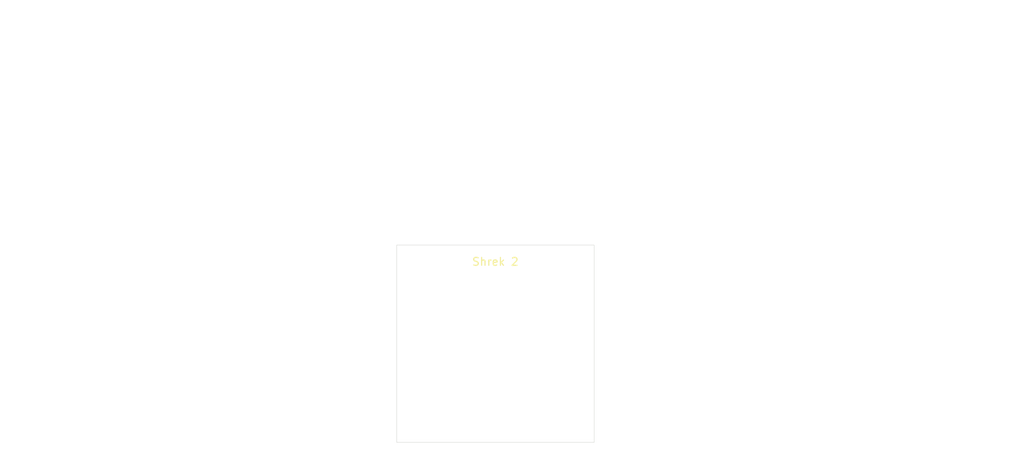
<source format=kicad_pcb>
(kicad_pcb (version 20221018) (generator pcbnew)

  (general
    (thickness 1.6)
  )

  (paper "A4")
  (title_block
    (title "Shrek 2")
    (date "2023-07-11")
    (rev "A")
    (comment 1 "Author: CTHC")
    (comment 2 "Department: Department of Shreksheneering")
  )

  (layers
    (0 "F.Cu" signal)
    (1 "In1.Cu" power)
    (2 "In2.Cu" power)
    (31 "B.Cu" signal)
    (32 "B.Adhes" user "B.Adhesive")
    (33 "F.Adhes" user "F.Adhesive")
    (34 "B.Paste" user)
    (35 "F.Paste" user)
    (36 "B.SilkS" user "B.Silkscreen")
    (37 "F.SilkS" user "F.Silkscreen")
    (38 "B.Mask" user)
    (39 "F.Mask" user)
    (40 "Dwgs.User" user "User.Drawings")
    (41 "Cmts.User" user "User.Comments")
    (42 "Eco1.User" user "User.Eco1")
    (43 "Eco2.User" user "User.Eco2")
    (44 "Edge.Cuts" user)
    (45 "Margin" user)
    (46 "B.CrtYd" user "B.Courtyard")
    (47 "F.CrtYd" user "F.Courtyard")
    (48 "B.Fab" user)
    (49 "F.Fab" user)
    (50 "User.1" user)
    (51 "User.2" user)
    (52 "User.3" user)
    (53 "User.4" user)
    (54 "User.5" user)
    (55 "User.6" user)
    (56 "User.7" user)
    (57 "User.8" user)
    (58 "User.9" user)
  )

  (setup
    (stackup
      (layer "F.SilkS" (type "Top Silk Screen"))
      (layer "F.Paste" (type "Top Solder Paste"))
      (layer "F.Mask" (type "Top Solder Mask") (thickness 0.01))
      (layer "F.Cu" (type "copper") (thickness 0.035))
      (layer "dielectric 1" (type "prepreg") (thickness 0.1) (material "FR4") (epsilon_r 4.5) (loss_tangent 0.02))
      (layer "In1.Cu" (type "copper") (thickness 0.035))
      (layer "dielectric 2" (type "core") (thickness 1.24) (material "FR4") (epsilon_r 4.5) (loss_tangent 0.02))
      (layer "In2.Cu" (type "copper") (thickness 0.035))
      (layer "dielectric 3" (type "prepreg") (thickness 0.1) (material "FR4") (epsilon_r 4.5) (loss_tangent 0.02))
      (layer "B.Cu" (type "copper") (thickness 0.035))
      (layer "B.Mask" (type "Bottom Solder Mask") (thickness 0.01))
      (layer "B.Paste" (type "Bottom Solder Paste"))
      (layer "B.SilkS" (type "Bottom Silk Screen"))
      (copper_finish "ENIG")
      (dielectric_constraints no)
    )
    (pad_to_mask_clearance 0)
    (aux_axis_origin 120.39 127.49)
    (grid_origin 120.39 127.49)
    (pcbplotparams
      (layerselection 0x00010fc_ffffffff)
      (plot_on_all_layers_selection 0x0000000_00000000)
      (disableapertmacros false)
      (usegerberextensions false)
      (usegerberattributes true)
      (usegerberadvancedattributes true)
      (creategerberjobfile true)
      (dashed_line_dash_ratio 12.000000)
      (dashed_line_gap_ratio 3.000000)
      (svgprecision 4)
      (plotframeref false)
      (viasonmask false)
      (mode 1)
      (useauxorigin false)
      (hpglpennumber 1)
      (hpglpenspeed 20)
      (hpglpendiameter 15.000000)
      (dxfpolygonmode true)
      (dxfimperialunits true)
      (dxfusepcbnewfont true)
      (psnegative false)
      (psa4output false)
      (plotreference true)
      (plotvalue true)
      (plotinvisibletext false)
      (sketchpadsonfab false)
      (subtractmaskfromsilk false)
      (outputformat 1)
      (mirror false)
      (drillshape 1)
      (scaleselection 1)
      (outputdirectory "")
    )
  )

  (net 0 "")

  (gr_line (start 158.4 22.41) (end 279.207147 22.41)
    (stroke (width 0.1) (type default)) (layer "Dwgs.User") (tstamp 11e47f91-e984-4709-9708-e9456d47ef14))
  (gr_line (start 158.4 38.66) (end 279.207147 38.66)
    (stroke (width 0.1) (type default)) (layer "Dwgs.User") (tstamp 12ab112f-bca6-4575-9513-0aa3b0801e3e))
  (gr_line (start 158.4 25.66) (end 279.207147 25.66)
    (stroke (width 0.1) (type default)) (layer "Dwgs.User") (tstamp 1356a57a-0756-4234-ada4-64e996f90f84))
  (gr_line (start 214.307143 15.41) (end 214.307143 61.41)
    (stroke (width 0.1) (type default)) (layer "Dwgs.User") (tstamp 3310d36e-42c0-4c6b-b8fd-688c573d3c5a))
  (gr_line (start 158.4 15.41) (end 279.207147 15.41)
    (stroke (width 0.1) (type default)) (layer "Dwgs.User") (tstamp 559211e8-6976-4a83-9422-e86fa429ba30))
  (gr_line (start 158.4 15.41) (end 158.4 61.41)
    (stroke (width 0.1) (type default)) (layer "Dwgs.User") (tstamp 58c852f0-13c4-4cdc-983a-d32a5f35e89f))
  (gr_line (start 173.564285 15.41) (end 173.564285 61.41)
    (stroke (width 0.1) (type default)) (layer "Dwgs.User") (tstamp 5d7bc77d-99fd-4bbf-8d3d-096425b59b10))
  (gr_line (start 233.942858 15.41) (end 233.942858 61.41)
    (stroke (width 0.1) (type default)) (layer "Dwgs.User") (tstamp 7cb8c271-d413-427d-8fd7-2a84bdc4e85c))
  (gr_line (start 250.150002 15.41) (end 250.150002 61.41)
    (stroke (width 0.1) (type default)) (layer "Dwgs.User") (tstamp 7f85f417-aa57-4f2f-8203-136ffd0b3881))
  (gr_line (start 158.4 61.41) (end 279.207147 61.41)
    (stroke (width 0.1) (type default)) (layer "Dwgs.User") (tstamp 8018b5cb-cfec-42b0-a34f-8f07bf72f3d2))
  (gr_line (start 262.64286 15.41) (end 262.64286 61.41)
    (stroke (width 0.1) (type default)) (layer "Dwgs.User") (tstamp 805474ef-b285-4396-a1bf-1a919bfa8336))
  (gr_line (start 198.099999 15.41) (end 198.099999 61.41)
    (stroke (width 0.1) (type default)) (layer "Dwgs.User") (tstamp 83cb88bd-d18a-4802-9eae-809104f85f9f))
  (gr_line (start 158.4 54.91) (end 279.207147 54.91)
    (stroke (width 0.1) (type default)) (layer "Dwgs.User") (tstamp 87576382-2ff4-48ea-a527-f1b5aac087ce))
  (gr_line (start 279.207147 15.41) (end 279.207147 61.41)
    (stroke (width 0.1) (type default)) (layer "Dwgs.User") (tstamp aa87b459-cb29-41c3-9f1c-75abea3593f2))
  (gr_line (start 158.4 19.16) (end 279.207147 19.16)
    (stroke (width 0.1) (type default)) (layer "Dwgs.User") (tstamp afea13a1-3833-4c5c-8dfa-e4e7a82fbec0))
  (gr_line (start 158.4 35.41) (end 279.207147 35.41)
    (stroke (width 0.1) (type default)) (layer "Dwgs.User") (tstamp bc8cefbf-03f9-42a2-8053-deee15edf0af))
  (gr_line (start 158.4 45.16) (end 279.207147 45.16)
    (stroke (width 0.1) (type default)) (layer "Dwgs.User") (tstamp c05dff30-b62c-476d-95dc-ca0101b6ec0e))
  (gr_line (start 158.4 51.66) (end 279.207147 51.66)
    (stroke (width 0.1) (type default)) (layer "Dwgs.User") (tstamp ca40a8c7-f345-4628-8a19-8ac36856b77c))
  (gr_line (start 158.4 28.91) (end 279.207147 28.91)
    (stroke (width 0.1) (type default)) (layer "Dwgs.User") (tstamp d188c074-aa5d-484f-bfce-638a634cf2a9))
  (gr_line (start 158.4 48.41) (end 279.207147 48.41)
    (stroke (width 0.1) (type default)) (layer "Dwgs.User") (tstamp d2ffb954-78ae-4ab0-b1e1-ecc55abe0438))
  (gr_line (start 158.4 32.16) (end 279.207147 32.16)
    (stroke (width 0.1) (type default)) (layer "Dwgs.User") (tstamp e378d891-f788-43ce-9415-9c606c7d46d4))
  (gr_line (start 158.4 41.91) (end 279.207147 41.91)
    (stroke (width 0.1) (type default)) (layer "Dwgs.User") (tstamp e705b5d8-7fe0-4dc6-8cd8-8ab4224bfea2))
  (gr_line (start 158.4 58.16) (end 279.207147 58.16)
    (stroke (width 0.1) (type default)) (layer "Dwgs.User") (tstamp f7887df9-4395-4d44-8e6d-8ba0ceed5909))
  (gr_rect (start 120.39 77.49) (end 170.39 127.49)
    (stroke (width 0.1) (type default)) (fill none) (layer "Edge.Cuts") (tstamp f6314582-e09c-4fbe-a98a-92f438e64bf8))
  (gr_text "Shrek 2" (at 145.38 81.7) (layer "F.SilkS") (tstamp 155f5850-a40d-4f91-928a-5407cee52482)
    (effects (font (size 2 2) (thickness 0.3)))
  )
  (gr_text "Layer Name" (at 159.15 16.16) (layer "Dwgs.User") (tstamp 00c0ce08-ec6b-44d6-8b0d-65561d946290)
    (effects (font (size 1.5 1.5) (thickness 0.3)) (justify left top))
  )
  (gr_text "No" (at 109.971425 38.08) (layer "Dwgs.User") (tstamp 044ce7e7-9d72-4260-8a80-8f573c781f74)
    (effects (font (size 1.5 1.5) (thickness 0.2)) (justify left top))
  )
  (gr_text "" (at 234.692858 23.16) (layer "Dwgs.User") (tstamp 0474ec7b-a3d5-4603-8b32-78c8f8b753dd)
    (effects (font (size 1.5 1.5) (thickness 0.1)) (justify left top))
  )
  (gr_text "B.Paste" (at 159.15 55.66) (layer "Dwgs.User") (tstamp 0587cfd2-001d-403a-811b-c33f1fb6c0cd)
    (effects (font (size 1.5 1.5) (thickness 0.1)) (justify left top))
  )
  (gr_text "Not specified" (at 234.692858 39.41) (layer "Dwgs.User") (tstamp 0864332d-7694-46a4-937f-a85c24861ef5)
    (effects (font (size 1.5 1.5) (thickness 0.1)) (justify left top))
  )
  (gr_text "1" (at 250.900002 23.16) (layer "Dwgs.User") (tstamp 1187acf5-8597-4e25-8116-bd4078cdc4ba)
    (effects (font (size 1.5 1.5) (thickness 0.1)) (justify left top))
  )
  (gr_text "Not specified" (at 234.692858 19.91) (layer "Dwgs.User") (tstamp 11f38292-00ce-4ba7-94cb-47caccdf517c)
    (effects (font (size 1.5 1.5) (thickness 0.1)) (justify left top))
  )
  (gr_text "Not specified" (at 234.692858 58.91) (layer "Dwgs.User") (tstamp 123c2ddf-3ee6-4c4a-84b8-31356e5d4de5)
    (effects (font (size 1.5 1.5) (thickness 0.1)) (justify left top))
  )
  (gr_text "1" (at 250.900002 42.66) (layer "Dwgs.User") (tstamp 139745ff-7f1a-4373-b0e0-02e8893a4228)
    (effects (font (size 1.5 1.5) (thickness 0.1)) (justify left top))
  )
  (gr_text "B.Cu" (at 159.15 49.16) (layer "Dwgs.User") (tstamp 16ada92e-d4e5-408a-b6be-d6aef1b48fcc)
    (effects (font (size 1.5 1.5) (thickness 0.1)) (justify left top))
  )
  (gr_text "" (at 198.849999 49.16) (layer "Dwgs.User") (tstamp 1d4cff4e-098d-4818-abcf-5597575ae130)
    (effects (font (size 1.5 1.5) (thickness 0.1)) (justify left top))
  )
  (gr_text "Min track/spacing: " (at 20.7 31.08) (layer "Dwgs.User") (tstamp 1e15d615-6907-41ab-b25c-3a10f30dca9f)
    (effects (font (size 1.5 1.5) (thickness 0.2)) (justify left top))
  )
  (gr_text "0" (at 263.39286 23.16) (layer "Dwgs.User") (tstamp 1ede03d5-9520-4ccf-bfed-25c67bfeffd0)
    (effects (font (size 1.5 1.5) (thickness 0.1)) (justify left top))
  )
  (gr_text "copper" (at 174.314285 29.66) (layer "Dwgs.User") (tstamp 1f830424-20b6-4ee2-a51d-886805ddff5a)
    (effects (font (size 1.5 1.5) (thickness 0.1)) (justify left top))
  )
  (gr_text "F.Silkscreen" (at 159.15 19.91) (layer "Dwgs.User") (tstamp 203818b1-d236-40ef-8630-1eb036739fa5)
    (effects (font (size 1.5 1.5) (thickness 0.1)) (justify left top))
  )
  (gr_text "Dielectric 1" (at 159.15 32.91) (layer "Dwgs.User") (tstamp 2296217b-e302-408e-8306-c70975459098)
    (effects (font (size 1.5 1.5) (thickness 0.1)) (justify left top))
  )
  (gr_text "Not specified" (at 234.692858 52.41) (layer "Dwgs.User") (tstamp 23d626ad-a5fa-455e-b4d5-32edf7ca529a)
    (effects (font (size 1.5 1.5) (thickness 0.1)) (justify left top))
  )
  (gr_text "Top Silk Screen" (at 174.314285 19.91) (layer "Dwgs.User") (tstamp 2a157845-83d4-4e8e-a0ec-21db2e92e8a8)
    (effects (font (size 1.5 1.5) (thickness 0.1)) (justify left top))
  )
  (gr_text "F.Paste" (at 159.15 23.16) (layer "Dwgs.User") (tstamp 2a3c14c2-0145-471a-bd85-3175ab2f75ea)
    (effects (font (size 1.5 1.5) (thickness 0.1)) (justify left top))
  )
  (gr_text "" (at 198.849999 23.16) (layer "Dwgs.User") (tstamp 2c4fdaa6-5b20-44e6-97d7-2b58b30fb8e6)
    (effects (font (size 1.5 1.5) (thickness 0.1)) (justify left top))
  )
  (gr_text "0" (at 263.39286 58.91) (layer "Dwgs.User") (tstamp 312dceba-1199-4830-b980-b9c4c2cdbcc3)
    (effects (font (size 1.5 1.5) (thickness 0.1)) (justify left top))
  )
  (gr_text "Not specified" (at 198.849999 52.41) (layer "Dwgs.User") (tstamp 33632b28-9aa8-4f6c-b7db-0862e53d79c0)
    (effects (font (size 1.5 1.5) (thickness 0.1)) (justify left top))
  )
  (gr_text "1" (at 250.900002 19.91) (layer "Dwgs.User") (tstamp 359e811b-ca91-4d4a-9643-c57078c1ae02)
    (effects (font (size 1.5 1.5) (thickness 0.1)) (justify left top))
  )
  (gr_text "prepreg" (at 174.314285 32.91) (layer "Dwgs.User") (tstamp 35ddd140-b907-45b5-a81b-749ea8fa9c37)
    (effects (font (size 1.5 1.5) (thickness 0.1)) (justify left top))
  )
  (gr_text "Bottom Solder Mask" (at 174.314285 52.41) (layer "Dwgs.User") (tstamp 3760f6d8-0ed4-4531-8599-cc15d415ac84)
    (effects (font (size 1.5 1.5) (thickness 0.1)) (justify left top))
  )
  (gr_text "0" (at 263.39286 52.41) (layer "Dwgs.User") (tstamp 37b6a5e0-25de-40dc-bddf-86b14332af8d)
    (effects (font (size 1.5 1.5) (thickness 0.1)) (justify left top))
  )
  (gr_text "No" (at 52.528572 38.08) (layer "Dwgs.User") (tstamp 3ba9932e-9dac-4783-ad98-5e9716bf6efb)
    (effects (font (size 1.5 1.5) (thickness 0.2)) (justify left top))
  )
  (gr_text "Thickness (mm)" (at 215.057143 16.16) (layer "Dwgs.User") (tstamp 3d5d9870-89f4-4a49-9c13-a4f987ea0bbd)
    (effects (font (size 1.5 1.5) (thickness 0.3)) (justify left top))
  )
  (gr_text "Board Thickness: " (at 85.614282 24.08) (layer "Dwgs.User") (tstamp 3dbc0f88-801c-4d89-adf0-2f2034650938)
    (effects (font (size 1.5 1.5) (thickness 0.2)) (justify left top))
  )
  (gr_text "0,02" (at 263.39286 45.91) (layer "Dwgs.User") (tstamp 3ea1a960-dc9e-4efe-959c-8512b40c3de3)
    (effects (font (size 1.5 1.5) (thickness 0.1)) (justify left top))
  )
  (gr_text "" (at 234.692858 42.66) (layer "Dwgs.User") (tstamp 3ea38389-b9df-4579-b19e-fd2ec440d45a)
    (effects (font (size 1.5 1.5) (thickness 0.1)) (justify left top))
  )
  (gr_text "Not specified" (at 234.692858 26.41) (layer "Dwgs.User") (tstamp 3f7d39e7-63b4-40e5-9578-b7d76c14800c)
    (effects (font (size 1.5 1.5) (thickness 0.1)) (justify left top))
  )
  (gr_text "4,5" (at 250.900002 32.91) (layer "Dwgs.User") (tstamp 4399c36d-74fb-4f5d-b8b6-519dd5f754f6)
    (effects (font (size 1.5 1.5) (thickness 0.1)) (justify left top))
  )
  (gr_text "B.Silkscreen" (at 159.15 58.91) (layer "Dwgs.User") (tstamp 45d4c345-a1f3-4733-93c3-97968449685d)
    (effects (font (size 1.5 1.5) (thickness 0.1)) (justify left top))
  )
  (gr_text "ENIG" (at 52.528572 34.58) (layer "Dwgs.User") (tstamp 472074e4-a8f2-44be-a9cf-90879a0b73b4)
    (effects (font (size 1.5 1.5) (thickness 0.2)) (justify left top))
  )
  (gr_text "Material" (at 198.849999 16.16) (layer "Dwgs.User") (tstamp 4b01f5d3-24f5-47ef-ae33-3c557cb8045d)
    (effects (font (size 1.5 1.5) (thickness 0.3)) (justify left top))
  )
  (gr_text "0,035 mm" (at 215.057143 49.16) (layer "Dwgs.User") (tstamp 4b06e171-c5d6-4918-80d5-500c7a2c2765)
    (effects (font (size 1.5 1.5) (thickness 0.1)) (justify left top))
  )
  (gr_text "0,01 mm" (at 215.057143 52.41) (layer "Dwgs.User") (tstamp 4c416f7a-a1bc-43be-ad9b-0c1c16a60a59)
    (effects (font (size 1.5 1.5) (thickness 0.1)) (justify left top))
  )
  (gr_text "Epsilon R" (at 250.900002 16.16) (layer "Dwgs.User") (tstamp 4c491dcd-43bd-45d6-abc5-d1ecc3c06cb4)
    (effects (font (size 1.5 1.5) (thickness 0.3)) (justify left top))
  )
  (gr_text "Edge card connectors: " (at 20.7 41.58) (layer "Dwgs.User") (tstamp 4f8a80ce-a7c9-49cd-b3d5-950212e42557)
    (effects (font (size 1.5 1.5) (thickness 0.2)) (justify left top))
  )
  (gr_text "prepreg" (at 174.314285 45.91) (layer "Dwgs.User") (tstamp 5291bb52-a357-4da2-936d-e8c14d473d6b)
    (effects (font (size 1.5 1.5) (thickness 0.1)) (justify left top))
  )
  (gr_text "BOARD CHARACTERISTICS" (at 19.95 19.33) (layer "Dwgs.User") (tstamp 558a2f2d-4077-4517-a896-2dd20d4d3783)
    (effects (font (size 2 2) (thickness 0.4)) (justify left top))
  )
  (gr_text "Copper Layer Count: " (at 20.7 24.08) (layer "Dwgs.User") (tstamp 56a28c87-e8ed-430e-8805-236241967396)
    (effects (font (size 1.5 1.5) (thickness 0.2)) (justify left top))
  )
  (gr_text "" (at 234.692858 49.16) (layer "Dwgs.User") (tstamp 5761c049-2b83-4bb7-928c-612c986faf1a)
    (effects (font (size 1.5 1.5) (thickness 0.1)) (justify left top))
  )
  (gr_text "Not specified" (at 198.849999 19.91) (layer "Dwgs.User") (tstamp 58152780-df63-4bb6-8c49-d876cf6a6076)
    (effects (font (size 1.5 1.5) (thickness 0.1)) (justify left top))
  )
  (gr_text "FR4" (at 198.849999 39.41) (layer "Dwgs.User") (tstamp 5bde00bb-7db5-42d5-b724-0ff4d33a3806)
    (effects (font (size 1.5 1.5) (thickness 0.1)) (justify left top))
  )
  (gr_text "0 mm" (at 215.057143 55.66) (layer "Dwgs.User") (tstamp 5beb4ac1-a265-414c-95a4-2f566f0fbe9b)
    (effects (font (size 1.5 1.5) (thickness 0.1)) (justify left top))
  )
  (gr_text "1,24 mm" (at 215.057143 39.41) (layer "Dwgs.User") (tstamp 5ff8e1bd-8381-4ac7-b89a-9f0bdeb5af8c)
    (effects (font (size 1.5 1.5) (thickness 0.1)) (justify left top))
  )
  (gr_text "" (at 198.849999 36.16) (layer "Dwgs.User") (tstamp 60ba7264-4361-44e3-9069-33d6d19038a3)
    (effects (font (size 1.5 1.5) (thickness 0.1)) (justify left top))
  )
  (gr_text "B.Mask" (at 159.15 52.41) (layer "Dwgs.User") (tstamp 651d7f01-2cb2-4f24-be8b-63d200f4910c)
    (effects (font (size 1.5 1.5) (thickness 0.1)) (justify left top))
  )
  (gr_text "Plated Board Edge: " (at 85.614282 38.08) (layer "Dwgs.User") (tstamp 662171b4-1324-450c-a096-8f30e8f9cace)
    (effects (font (size 1.5 1.5) (thickness 0.2)) (justify left top))
  )
  (gr_text "FR4" (at 198.849999 32.91) (layer "Dwgs.User") (tstamp 66f86a65-5cd9-4240-b406-4712a53ef0a3)
    (effects (font (size 1.5 1.5) (thickness 0.1)) (justify left top))
  )
  (gr_text "core" (at 174.314285 39.41) (layer "Dwgs.User") (tstamp 680deb39-1e91-4820-a797-ad56b85c295d)
    (effects (font (size 1.5 1.5) (thickness 0.1)) (justify left top))
  )
  (gr_text "0,035 mm" (at 215.057143 29.66) (layer "Dwgs.User") (tstamp 6e036760-ddd7-45c7-8164-911d4a834cca)
    (effects (font (size 1.5 1.5) (thickness 0.1)) (justify left top))
  )
  (gr_text "copper" (at 174.314285 36.16) (layer "Dwgs.User") (tstamp 6e1c899f-0990-4f4c-8b44-928a599388a2)
    (effects (font (size 1.5 1.5) (thickness 0.1)) (justify left top))
  )
  (gr_text "0,2000 mm" (at 109.971425 31.08) (layer "Dwgs.User") (tstamp 72a00026-cca1-4cc1-827b-a6f0e762832e)
    (effects (font (size 1.5 1.5) (thickness 0.2)) (justify left top))
  )
  (gr_text "0,01 mm" (at 215.057143 26.41) (layer "Dwgs.User") (tstamp 7a652e22-d1ed-4235-9f71-9df5adf8f85f)
    (effects (font (size 1.5 1.5) (thickness 0.1)) (justify left top))
  )
  (gr_text "Not specified" (at 198.849999 26.41) (layer "Dwgs.User") (tstamp 7bc587f7-a5e0-44e2-9106-f72b826aac56)
    (effects (font (size 1.5 1.5) (thickness 0.1)) (justify left top))
  )
  (gr_text "Dielectric 2" (at 159.15 39.41) (layer "Dwgs.User") (tstamp 7be1ad31-f110-4259-a656-d292ac422016)
    (effects (font (size 1.5 1.5) (thickness 0.1)) (justify left top))
  )
  (gr_text "1" (at 250.900002 29.66) (layer "Dwgs.User") (tstamp 7f28ed05-72e5-4e6c-9df5-57de65a2bf7b)
    (effects (font (size 1.5 1.5) (thickness 0.1)) (justify left top))
  )
  (gr_text "0,02" (at 263.39286 32.91) (layer "Dwgs.User") (tstamp 7f850488-4daf-453a-8133-bc48a44e269c)
    (effects (font (size 1.5 1.5) (thickness 0.1)) (justify left top))
  )
  (gr_text "4,5" (at 250.900002 45.91) (layer "Dwgs.User") (tstamp 81a52a88-d2e3-4e98-a230-68d99f9f422f)
    (effects (font (size 1.5 1.5) (thickness 0.1)) (justify left top))
  )
  (gr_text "1,6000 mm" (at 109.971425 24.08) (layer "Dwgs.User") (tstamp 840d1919-5813-4632-9299-a1f936a1e396)
    (effects (font (size 1.5 1.5) (thickness 0.2)) (justify left top))
  )
  (gr_text "Not specified" (at 198.849999 58.91) (layer "Dwgs.User") (tstamp 84912b1d-4d13-48ce-908e-3e2c63b893cf)
    (effects (font (size 1.5 1.5) (thickness 0.1)) (justify left top))
  )
  (gr_text "0" (at 263.39286 55.66) (layer "Dwgs.User") (tstamp 84a3ec24-a264-4ddb-b36d-809791f7577c)
    (effects (font (size 1.5 1.5) (thickness 0.1)) (justify left top))
  )
  (gr_text "4" (at 52.528572 24.08) (layer "Dwgs.User") (tstamp 878b860e-d1a8-40b0-bb3e-c9c10a855c4d)
    (effects (font (size 1.5 1.5) (thickness 0.2)) (justify left top))
  )
  (gr_text "0" (at 263.39286 29.66) (layer "Dwgs.User") (tstamp 8ded0e11-0152-4337-b422-4146683c134c)
    (effects (font (size 1.5 1.5) (thickness 0.1)) (justify left top))
  )
  (gr_text "Type" (at 174.314285 16.16) (layer "Dwgs.User") (tstamp 8f134f67-c2c2-4322-9579-482c6c64fa2c)
    (effects (font (size 1.5 1.5) (thickness 0.3)) (justify left top))
  )
  (gr_text "0 mm" (at 215.057143 23.16) (layer "Dwgs.User") (tstamp 970ade54-efbe-4331-b445-061e816ed751)
    (effects (font (size 1.5 1.5) (thickness 0.1)) (justify left top))
  )
  (gr_text "Bottom Silk Screen" (at 174.314285 58.91) (layer "Dwgs.User") (tstamp 9ddef6ad-03d6-4116-9e8f-9ff296bc8b22)
    (effects (font (size 1.5 1.5) (thickness 0.1)) (justify left top))
  )
  (gr_text "0" (at 263.39286 19.91) (layer "Dwgs.User") (tstamp a19a02d8-5219-47c6-a186-918e3cce4596)
    (effects (font (size 1.5 1.5) (thickness 0.1)) (justify left top))
  )
  (gr_text "" (at 234.692858 36.16) (layer "Dwgs.User") (tstamp a503738d-f863-4995-ba61-c8ac3be3b941)
    (effects (font (size 1.5 1.5) (thickness 0.1)) (justify left top))
  )
  (gr_text "In1.Cu" (at 159.15 36.16) (layer "Dwgs.User") (tstamp a567a886-9ba6-4280-b24c-2de6297dd07a)
    (effects (font (size 1.5 1.5) (thickness 0.1)) (justify left top))
  )
  (gr_text "In2.Cu" (at 159.15 42.66) (layer "Dwgs.User") (tstamp a57acb4f-a5d0-42c1-9250-f061ca8ed03f)
    (effects (font (size 1.5 1.5) (thickness 0.1)) (justify left top))
  )
  (gr_text "0" (at 263.39286 42.66) (layer "Dwgs.User") (tstamp a60ca418-0f24-4c11-b167-9c31a6ecc4fc)
    (effects (font (size 1.5 1.5) (thickness 0.1)) (justify left top))
  )
  (gr_text "" (at 234.692858 29.66) (layer "Dwgs.User") (tstamp aae5d6d3-bd44-4e44-9215-4add4d321f3a)
    (effects (font (size 1.5 1.5) (thickness 0.1)) (justify left top))
  )
  (gr_text "0" (at 263.39286 26.41) (layer "Dwgs.User") (tstamp ad33f12b-1e61-422f-bfac-fcc600f74999)
    (effects (font (size 1.5 1.5) (thickness 0.1)) (justify left top))
  )
  (gr_text "F.Mask" (at 159.15 26.41) (layer "Dwgs.User") (tstamp ae1315c0-9189-4f06-81ea-1c83c0566538)
    (effects (font (size 1.5 1.5) (thickness 0.1)) (justify left top))
  )
  (gr_text "copper" (at 174.314285 42.66) (layer "Dwgs.User") (tstamp b168dadb-51a7-46e6-973c-73fd855b0596)
    (effects (font (size 1.5 1.5) (thickness 0.1)) (justify left top))
  )
  (gr_text "3,3" (at 250.900002 26.41) (layer "Dwgs.User") (tstamp b1c6b2ec-e1f9-4a3d-8fac-ef1181af4161)
    (effects (font (size 1.5 1.5) (thickness 0.1)) (justify left top))
  )
  (gr_text "3,3" (at 250.900002 52.41) (layer "Dwgs.User") (tstamp b2539f1e-2216-4e38-b168-40cbfd722a20)
    (effects (font (size 1.5 1.5) (thickness 0.1)) (justify left top))
  )
  (gr_text "0" (at 263.39286 49.16) (layer "Dwgs.User") (tstamp b6416c27-1f74-4ed3-894a-0c6c097e356a)
    (effects (font (size 1.5 1.5) (thickness 0.1)) (justify left top))
  )
  (gr_text "" (at 109.971425 27.58) (layer "Dwgs.User") (tstamp b7a7021e-98c2-4ac5-a2c2-0dcd27fbbfab)
    (effects (font (size 1.5 1.5) (thickness 0.2)) (justify left top))
  )
  (gr_text "0,035 mm" (at 215.057143 42.66) (layer "Dwgs.User") (tstamp b9ee1d50-8c23-4092-ac21-04a8eeba51d7)
    (effects (font (size 1.5 1.5) (thickness 0.1)) (justify left top))
  )
  (gr_text "" (at 234.692858 55.66) (layer "Dwgs.User") (tstamp bdf96fae-c41d-4166-89b7-1034b30e4a3e)
    (effects (font (size 1.5 1.5) (thickness 0.1)) (justify left top))
  )
  (gr_text "Not specified" (at 234.692858 32.91) (layer "Dwgs.User") (tstamp bf47e116-9337-42ea-adc4-2b37fc7d9764)
    (effects (font (size 1.5 1.5) (thickness 0.1)) (justify left top))
  )
  (gr_text "0,1 mm" (at 215.057143 32.91) (layer "Dwgs.User") (tstamp bfccad0b-66e1-476d-a2f5-29933135e930)
    (effects (font (size 1.5 1.5) (thickness 0.1)) (justify left top))
  )
  (gr_text "1" (at 250.900002 36.16) (layer "Dwgs.User") (tstamp c0151004-86a4-4f8d-afee-2a20cfead11f)
    (effects (font (size 1.5 1.5) (thickness 0.1)) (justify left top))
  )
  (gr_text "Copper Finish: " (at 20.7 34.58) (layer "Dwgs.User") (tstamp c0ac2d01-d102-4ab0-afd4-23456ccecd00)
    (effects (font (size 1.5 1.5) (thickness 0.2)) (justify left top))
  )
  (gr_text "Bottom Solder Paste" (at 174.314285 55.66) (layer "Dwgs.User") (tstamp c2304763-5e53-4f90-afe6-18919db2144a)
    (effects (font (size 1.5 1.5) (thickness 0.1)) (justify left top))
  )
  (gr_text "1" (at 250.900002 58.91) (layer "Dwgs.User") (tstamp c68366ea-9d10-4b38-9339-f98361c269db)
    (effects (font (size 1.5 1.5) (thickness 0.1)) (justify left top))
  )
  (gr_text "Yes" (at 109.971425 34.58) (layer "Dwgs.User") (tstamp c84a1273-0777-4d58-a06f-24904ef7370f)
    (effects (font (size 1.5 1.5) (thickness 0.2)) (justify left top))
  )
  (gr_text "0 mm" (at 215.057143 19.91) (layer "Dwgs.User") (tstamp c87f505c-bb7a-46e8-bee0-7becfcc0898d)
    (effects (font (size 1.5 1.5) (thickness 0.1)) (justify left top))
  )
  (gr_text "Min hole diameter: " (at 85.614282 31.08) (layer "Dwgs.User") (tstamp ca687b30-c7da-4208-8d27-95fd9ea3168c)
    (effects (font (size 1.5 1.5) (thickness 0.2)) (justify left top))
  )
  (gr_text "Loss Tangent" (at 263.39286 16.16) (layer "Dwgs.User") (tstamp cebe5107-8752-4358-ad01-0f6c35101503)
    (effects (font (size 1.5 1.5) (thickness 0.3)) (justify left top))
  )
  (gr_text "0 mm" (at 215.057143 58.91) (layer "Dwgs.User") (tstamp cf0d6776-405d-480d-958f-e7aa11c68bdd)
    (effects (font (size 1.5 1.5) (thickness 0.1)) (justify left top))
  )
  (gr_text "Color" (at 234.692858 16.16) (layer "Dwgs.User") (tstamp cf855dc5-f30f-46e2-aa3b-6d6fc8e349a2)
    (effects (font (size 1.5 1.5) (thickness 0.3)) (justify left top))
  )
  (gr_text "0,02" (at 263.39286 39.41) (layer "Dwgs.User") (tstamp cff301c8-8c0d-4538-8df4-716500e95c22)
    (effects (font (size 1.5 1.5) (thickness 0.1)) (justify left top))
  )
  (gr_text "Not specified" (at 234.692858 45.91) (layer "Dwgs.User") (tstamp d03b91b4-d48f-4660-b74f-fe1e826bf0e4)
    (effects (font (size 1.5 1.5) (thickness 0.1)) (justify left top))
  )
  (gr_text "0" (at 263.39286 36.16) (layer "Dwgs.User") (tstamp d092bdcd-b05f-4bbc-ae1c-0bcca493f384)
    (effects (font (size 1.5 1.5) (thickness 0.1)) (justify left top))
  )
  (gr_text "Impedance Control: " (at 85.614282 34.58) (layer "Dwgs.User") (tstamp d09bd9ac-dd31-4258-bf6a-39f202c422ca)
    (effects (font (size 1.5 1.5) (thickness 0.2)) (justify left top))
  )
  (gr_text "FR4" (at 198.849999 45.91) (layer "Dwgs.User") (tstamp d1b44916-e7bb-4db8-bb83-a6f340eabd67)
    (effects (font (size 1.5 1.5) (thickness 0.1)) (justify left top))
  )
  (gr_text "Top Solder Paste" (at 174.314285 23.16) (layer "Dwgs.User") (tstamp d43aa21d-d811-439f-a685-1e3b15636840)
    (effects (font (size 1.5 1.5) (thickness 0.1)) (justify left top))
  )
  (gr_text "Board overall dimensions: " (at 20.7 27.58) (layer "Dwgs.User") (tstamp d4d9bbd8-b7a7-4c54-834a-3fbe5448b553)
    (effects (font (size 1.5 1.5) (thickness 0.2)) (justify left top))
  )
  (gr_text "" (at 198.849999 42.66) (layer "Dwgs.User") (tstamp d4e16f36-7de1-44a1-abcb-bf4dfd415fbc)
    (effects (font (size 1.5 1.5) (thickness 0.1)) (justify left top))
  )
  (gr_text "50,0000 mm x 50,0000 mm" (at 52.528572 27.58) (layer "Dwgs.User") (tstamp d59d33a2-c663-4acb-8d3a-62c0a2974cdd)
    (effects (font (size 1.5 1.5) (thickness 0.2)) (justify left top))
  )
  (gr_text "0,1 mm" (at 215.057143 45.91) (layer "Dwgs.User") (tstamp da92893a-9151-4294-ab75-184a448d3b3d)
    (effects (font (size 1.5 1.5) (thickness 0.1)) (justify left top))
  )
  (gr_text "copper" (at 174.314285 49.16) (layer "Dwgs.User") (tstamp dc15a8b8-fa7d-4718-a07c-0e7aff439817)
    (effects (font (size 1.5 1.5) (thickness 0.1)) (justify left top))
  )
  (gr_text "1" (at 250.900002 49.16) (layer "Dwgs.User") (tstamp dc1f8375-8874-4fea-b99c-cd6ee3cdd0be)
    (effects (font (size 1.5 1.5) (thickness 0.1)) (justify left top))
  )
  (gr_text "Top Solder Mask" (at 174.314285 26.41) (layer "Dwgs.User") (tstamp dd0cd3bf-850b-49c5-be7a-937216e1c43f)
    (effects (font (size 1.5 1.5) (thickness 0.1)) (justify left top))
  )
  (gr_text "0,1270 mm / 0,2540 mm" (at 52.528572 31.08) (layer "Dwgs.User") (tstamp dd3ca765-1944-4cb2-9fef-7471c60aa0a0)
    (effects (font (size 1.5 1.5) (thickness 0.2)) (justify left top))
  )
  (gr_text "Dielectric 3" (at 159.15 45.91) (layer "Dwgs.User") (tstamp dda48c57-c24b-410a-8770-690ec4c4bf06)
    (effects (font (size 1.5 1.5) (thickness 0.1)) (justify left top))
  )
  (gr_text "4,5" (at 250.900002 39.41) (layer "Dwgs.User") (tstamp dfe68381-ab0a-498c-983f-387dc43fade1)
    (effects (font (size 1.5 1.5) (thickness 0.1)) (justify left top))
  )
  (gr_text "F.Cu" (at 159.15 29.66) (layer "Dwgs.User") (tstamp e173f55d-a88b-49d5-aef8-6fe1306c5681)
    (effects (font (size 1.5 1.5) (thickness 0.1)) (justify left top))
  )
  (gr_text "" (at 198.849999 29.66) (layer "Dwgs.User") (tstamp e4bb694a-c32e-45af-8e72-53329ccebc39)
    (effects (font (size 1.5 1.5) (thickness 0.1)) (justify left top))
  )
  (gr_text "" (at 198.849999 55.66) (layer "Dwgs.User") (tstamp e75be0b7-7792-47f5-9615-b492c4011fc8)
    (effects (font (size 1.5 1.5) (thickness 0.1)) (justify left top))
  )
  (gr_text "1" (at 250.900002 55.66) (layer "Dwgs.User") (tstamp e9b0fc31-3694-4525-93ac-d1f1595a1890)
    (effects (font (size 1.5 1.5) (thickness 0.1)) (justify left top))
  )
  (gr_text "Castellated pads: " (at 20.7 38.08) (layer "Dwgs.User") (tstamp ede06795-9c13-4992-b4e6-176c53cc5e10)
    (effects (font (size 1.5 1.5) (thickness 0.2)) (justify left top))
  )
  (gr_text "No" (at 52.528572 41.58) (layer "Dwgs.User") (tstamp ef4a60ff-1320-4561-8e3e-b539e8332085)
    (effects (font (size 1.5 1.5) (thickness 0.2)) (justify left top))
  )
  (gr_text "0,035 mm" (at 215.057143 36.16) (layer "Dwgs.User") (tstamp ef76d4b2-ec8b-4b34-8f00-158618884267)
    (effects (font (size 1.5 1.5) (thickness 0.1)) (justify left top))
  )
  (gr_text "" (at 85.614282 27.58) (layer "Dwgs.User") (tstamp f883cd64-8448-4e82-ad67-315645314a66)
    (effects (font (size 1.5 1.5) (thickness 0.2)) (justify left top))
  )
  (dimension (type aligned) (layer "Dwgs.User") (tstamp 69c40a30-28dd-482b-bb1b-5559ae39f2cb)
    (pts (xy 120.39 127.49) (xy 170.39 127.49))
    (height 3.359999)
    (gr_text "50,0000 mm" (at 145.39 130.249999) (layer "Dwgs.User") (tstamp 69c40a30-28dd-482b-bb1b-5559ae39f2cb)
      (effects (font (size 0.5 0.5) (thickness 0.1)))
    )
    (format (prefix "") (suffix "") (units 3) (units_format 1) (precision 4))
    (style (thickness 0.15) (arrow_length 1.27) (text_position_mode 0) (extension_height 0.58642) (extension_offset 0.5) keep_text_aligned)
  )
  (dimension (type aligned) (layer "Dwgs.User") (tstamp cceb7cc0-da91-4fd4-a9f4-60e13617bd8f)
    (pts (xy 170.39 127.49) (xy 170.39 77.49))
    (height 3.29)
    (gr_text "50,0000 mm" (at 173.08 102.49 90) (layer "Dwgs.User") (tstamp cceb7cc0-da91-4fd4-a9f4-60e13617bd8f)
      (effects (font (size 0.5 0.5) (thickness 0.1)))
    )
    (format (prefix "") (suffix "") (units 3) (units_format 1) (precision 4))
    (style (thickness 0.15) (arrow_length 1.27) (text_position_mode 0) (extension_height 0.58642) (extension_offset 0.5) keep_text_aligned)
  )

  (group "group-boardStackUp" (id 1aebf505-a9b4-4279-9a2a-563a7d5e3f5e)
    (members
      00c0ce08-ec6b-44d6-8b0d-65561d946290
      0474ec7b-a3d5-4603-8b32-78c8f8b753dd
      0587cfd2-001d-403a-811b-c33f1fb6c0cd
      0864332d-7694-46a4-937f-a85c24861ef5
      1187acf5-8597-4e25-8116-bd4078cdc4ba
      11e47f91-e984-4709-9708-e9456d47ef14
      11f38292-00ce-4ba7-94cb-47caccdf517c
      123c2ddf-3ee6-4c4a-84b8-31356e5d4de5
      12ab112f-bca6-4575-9513-0aa3b0801e3e
      1356a57a-0756-4234-ada4-64e996f90f84
      139745ff-7f1a-4373-b0e0-02e8893a4228
      16ada92e-d4e5-408a-b6be-d6aef1b48fcc
      1d4cff4e-098d-4818-abcf-5597575ae130
      1ede03d5-9520-4ccf-bfed-25c67bfeffd0
      1f830424-20b6-4ee2-a51d-886805ddff5a
      203818b1-d236-40ef-8630-1eb036739fa5
      2296217b-e302-408e-8306-c70975459098
      23d626ad-a5fa-455e-b4d5-32edf7ca529a
      2a157845-83d4-4e8e-a0ec-21db2e92e8a8
      2a3c14c2-0145-471a-bd85-3175ab2f75ea
      2c4fdaa6-5b20-44e6-97d7-2b58b30fb8e6
      312dceba-1199-4830-b980-b9c4c2cdbcc3
      3310d36e-42c0-4c6b-b8fd-688c573d3c5a
      33632b28-9aa8-4f6c-b7db-0862e53d79c0
      359e811b-ca91-4d4a-9643-c57078c1ae02
      35ddd140-b907-45b5-a81b-749ea8fa9c37
      3760f6d8-0ed4-4531-8599-cc15d415ac84
      37b6a5e0-25de-40dc-bddf-86b14332af8d
      3d5d9870-89f4-4a49-9c13-a4f987ea0bbd
      3ea1a960-dc9e-4efe-959c-8512b40c3de3
      3ea38389-b9df-4579-b19e-fd2ec440d45a
      3f7d39e7-63b4-40e5-9578-b7d76c14800c
      4399c36d-74fb-4f5d-b8b6-519dd5f754f6
      45d4c345-a1f3-4733-93c3-97968449685d
      4b01f5d3-24f5-47ef-ae33-3c557cb8045d
      4b06e171-c5d6-4918-80d5-500c7a2c2765
      4c416f7a-a1bc-43be-ad9b-0c1c16a60a59
      4c491dcd-43bd-45d6-abc5-d1ecc3c06cb4
      5291bb52-a357-4da2-936d-e8c14d473d6b
      559211e8-6976-4a83-9422-e86fa429ba30
      5761c049-2b83-4bb7-928c-612c986faf1a
      58152780-df63-4bb6-8c49-d876cf6a6076
      58c852f0-13c4-4cdc-983a-d32a5f35e89f
      5bde00bb-7db5-42d5-b724-0ff4d33a3806
      5beb4ac1-a265-414c-95a4-2f566f0fbe9b
      5d7bc77d-99fd-4bbf-8d3d-096425b59b10
      5ff8e1bd-8381-4ac7-b89a-9f0bdeb5af8c
      60ba7264-4361-44e3-9069-33d6d19038a3
      651d7f01-2cb2-4f24-be8b-63d200f4910c
      66f86a65-5cd9-4240-b406-4712a53ef0a3
      680deb39-1e91-4820-a797-ad56b85c295d
      6e036760-ddd7-45c7-8164-911d4a834cca
      6e1c899f-0990-4f4c-8b44-928a599388a2
      7a652e22-d1ed-4235-9f71-9df5adf8f85f
      7bc587f7-a5e0-44e2-9106-f72b826aac56
      7be1ad31-f110-4259-a656-d292ac422016
      7cb8c271-d413-427d-8fd7-2a84bdc4e85c
      7f28ed05-72e5-4e6c-9df5-57de65a2bf7b
      7f850488-4daf-453a-8133-bc48a44e269c
      7f85f417-aa57-4f2f-8203-136ffd0b3881
      8018b5cb-cfec-42b0-a34f-8f07bf72f3d2
      805474ef-b285-4396-a1bf-1a919bfa8336
      81a52a88-d2e3-4e98-a230-68d99f9f422f
      83cb88bd-d18a-4802-9eae-809104f85f9f
      84912b1d-4d13-48ce-908e-3e2c63b893cf
      84a3ec24-a264-4ddb-b36d-809791f7577c
      87576382-2ff4-48ea-a527-f1b5aac087ce
      8ded0e11-0152-4337-b422-4146683c134c
      8f134f67-c2c2-4322-9579-482c6c64fa2c
      970ade54-efbe-4331-b445-061e816ed751
      9ddef6ad-03d6-4116-9e8f-9ff296bc8b22
      a19a02d8-5219-47c6-a186-918e3cce4596
      a503738d-f863-4995-ba61-c8ac3be3b941
      a567a886-9ba6-4280-b24c-2de6297dd07a
      a57acb4f-a5d0-42c1-9250-f061ca8ed03f
      a60ca418-0f24-4c11-b167-9c31a6ecc4fc
      aa87b459-cb29-41c3-9f1c-75abea3593f2
      aae5d6d3-bd44-4e44-9215-4add4d321f3a
      ad33f12b-1e61-422f-bfac-fcc600f74999
      ae1315c0-9189-4f06-81ea-1c83c0566538
      afea13a1-3833-4c5c-8dfa-e4e7a82fbec0
      b168dadb-51a7-46e6-973c-73fd855b0596
      b1c6b2ec-e1f9-4a3d-8fac-ef1181af4161
      b2539f1e-2216-4e38-b168-40cbfd722a20
      b6416c27-1f74-4ed3-894a-0c6c097e356a
      b9ee1d50-8c23-4092-ac21-04a8eeba51d7
      bc8cefbf-03f9-42a2-8053-deee15edf0af
      bdf96fae-c41d-4166-89b7-1034b30e4a3e
      bf47e116-9337-42ea-adc4-2b37fc7d9764
      bfccad0b-66e1-476d-a2f5-29933135e930
      c0151004-86a4-4f8d-afee-2a20cfead11f
      c05dff30-b62c-476d-95dc-ca0101b6ec0e
      c2304763-5e53-4f90-afe6-18919db2144a
      c68366ea-9d10-4b38-9339-f98361c269db
      c87f505c-bb7a-46e8-bee0-7becfcc0898d
      ca40a8c7-f345-4628-8a19-8ac36856b77c
      cebe5107-8752-4358-ad01-0f6c35101503
      cf0d6776-405d-480d-958f-e7aa11c68bdd
      cf855dc5-f30f-46e2-aa3b-6d6fc8e349a2
      cff301c8-8c0d-4538-8df4-716500e95c22
      d03b91b4-d48f-4660-b74f-fe1e826bf0e4
      d092bdcd-b05f-4bbc-ae1c-0bcca493f384
      d188c074-aa5d-484f-bfce-638a634cf2a9
      d1b44916-e7bb-4db8-bb83-a6f340eabd67
      d2ffb954-78ae-4ab0-b1e1-ecc55abe0438
      d43aa21d-d811-439f-a685-1e3b15636840
      d4e16f36-7de1-44a1-abcb-bf4dfd415fbc
      da92893a-9151-4294-ab75-184a448d3b3d
      dc15a8b8-fa7d-4718-a07c-0e7aff439817
      dc1f8375-8874-4fea-b99c-cd6ee3cdd0be
      dd0cd3bf-850b-49c5-be7a-937216e1c43f
      dda48c57-c24b-410a-8770-690ec4c4bf06
      dfe68381-ab0a-498c-983f-387dc43fade1
      e173f55d-a88b-49d5-aef8-6fe1306c5681
      e378d891-f788-43ce-9415-9c606c7d46d4
      e4bb694a-c32e-45af-8e72-53329ccebc39
      e705b5d8-7fe0-4dc6-8cd8-8ab4224bfea2
      e75be0b7-7792-47f5-9615-b492c4011fc8
      e9b0fc31-3694-4525-93ac-d1f1595a1890
      ef76d4b2-ec8b-4b34-8f00-158618884267
      f7887df9-4395-4d44-8e6d-8ba0ceed5909
    )
  )
  (group "group-boardCharacteristics" (id b5caea5d-0f7f-4037-97de-32f4a478c004)
    (members
      044ce7e7-9d72-4260-8a80-8f573c781f74
      1e15d615-6907-41ab-b25c-3a10f30dca9f
      3ba9932e-9dac-4783-ad98-5e9716bf6efb
      3dbc0f88-801c-4d89-adf0-2f2034650938
      472074e4-a8f2-44be-a9cf-90879a0b73b4
      4f8a80ce-a7c9-49cd-b3d5-950212e42557
      558a2f2d-4077-4517-a896-2dd20d4d3783
      56a28c87-e8ed-430e-8805-236241967396
      662171b4-1324-450c-a096-8f30e8f9cace
      72a00026-cca1-4cc1-827b-a6f0e762832e
      840d1919-5813-4632-9299-a1f936a1e396
      878b860e-d1a8-40b0-bb3e-c9c10a855c4d
      b7a7021e-98c2-4ac5-a2c2-0dcd27fbbfab
      c0ac2d01-d102-4ab0-afd4-23456ccecd00
      c84a1273-0777-4d58-a06f-24904ef7370f
      ca687b30-c7da-4208-8d27-95fd9ea3168c
      d09bd9ac-dd31-4258-bf6a-39f202c422ca
      d4d9bbd8-b7a7-4c54-834a-3fbe5448b553
      d59d33a2-c663-4acb-8d3a-62c0a2974cdd
      dd3ca765-1944-4cb2-9fef-7471c60aa0a0
      ede06795-9c13-4992-b4e6-176c53cc5e10
      ef4a60ff-1320-4561-8e3e-b539e8332085
      f883cd64-8448-4e82-ad67-315645314a66
    )
  )
)

</source>
